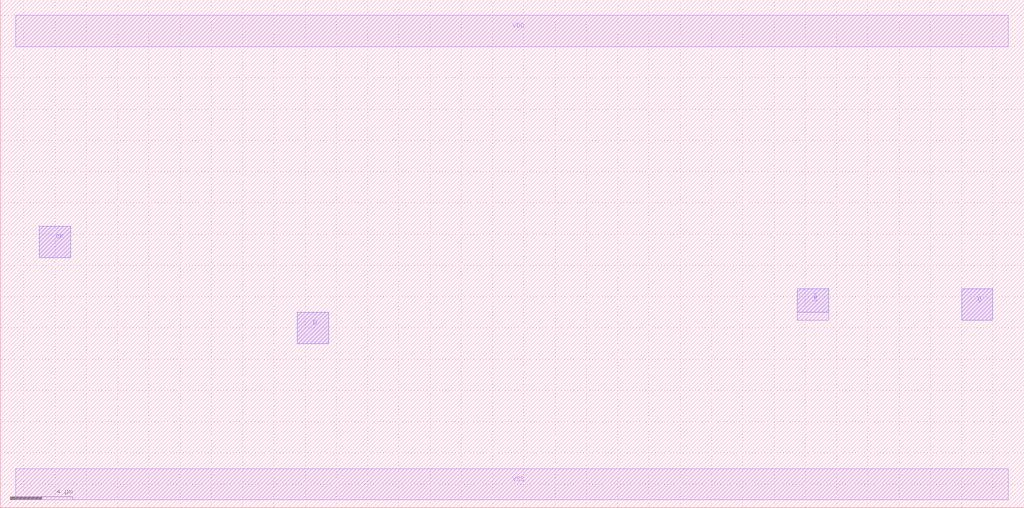
<source format=lef>
# C:/Users/akita/Documents/sff1m2_r.lef
# Created by Glade release version 4.7.35 compiled on May 19 2020 19:14:35
# Run by akita on host LAPTOP-E0CJ65QR at Wed Jun  3 17:45:13 2020

VERSION 5.6 ;
NAMESCASESENSITIVE ON ;
BUSBITCHARS "[]" ;
DIVIDERCHAR "/"  ;
UNITS
    DATABASE MICRONS 1000 ;
END UNITS

MACRO sff1m2_r
    CLASS core ;
    FOREIGN sff1m2_r -1.500 -1.500 ;
    ORIGIN 1.500 1.500 ;
    SIZE 65.500 BY 32.500 ;
    PIN CK
        DIRECTION INPUT ;
        USE SIGNAL ;
        PORT
        LAYER ML2 ;
        RECT 1.000 14.500 3.000 16.500 ;
        LAYER ML1 ;
        RECT 1.000 14.500 3.000 16.500 ;
        END
    END CK
    PIN VDD
        DIRECTION INOUT ;
        USE POWER ;
        PORT
        LAYER ML1 ;
        RECT -0.500 28.000 63.000 30.000 ;
        END
    END VDD
    PIN D
        DIRECTION INPUT ;
        USE POWER ;
        PORT
        LAYER ML2 ;
        RECT 17.500 9.000 19.500 11.000 ;
        LAYER ML1 ;
        RECT 17.500 9.000 19.500 11.000 ;
        END
    END D
    PIN Q
        DIRECTION OUTPUT ;
        USE SIGNAL ;
        PORT
        LAYER ML2 ;
        RECT 60.000 10.500 62.000 12.500 ;
        LAYER ML1 ;
        RECT 60.000 10.500 62.000 12.500 ;
        END
    END Q
    PIN S
        DIRECTION INPUT ;
        USE GROUND ;
        PORT
        LAYER ML2 ;
        RECT 49.500 11.000 51.500 12.500 ;
        LAYER ML1 ;
        RECT 49.500 10.500 51.500 12.500 ;
        END
    END S
    PIN VSS
        DIRECTION INOUT ;
        USE GROUND ;
        PORT
        LAYER ML1 ;
        RECT -0.500 -1.000 63.000 1.000 ;
        END
    END VSS
    OBS
    END
END sff1m2_r

END LIBRARY

</source>
